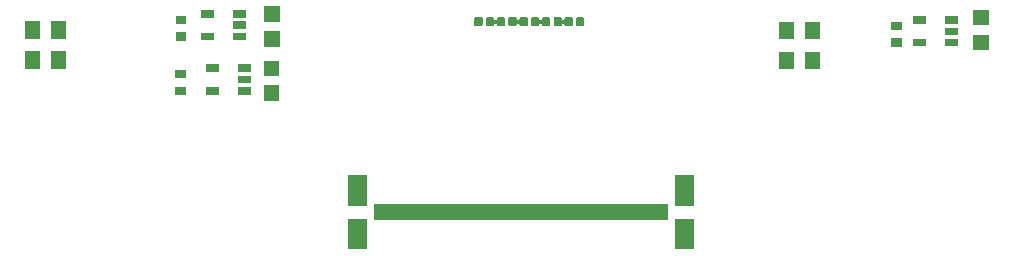
<source format=gbr>
G04 #@! TF.GenerationSoftware,KiCad,Pcbnew,5.0.2+dfsg1-1~bpo9+1*
G04 #@! TF.CreationDate,2019-09-11T09:46:49+02:00*
G04 #@! TF.ProjectId,OV9281,4f563932-3831-42e6-9b69-6361645f7063,rev?*
G04 #@! TF.SameCoordinates,Original*
G04 #@! TF.FileFunction,Soldermask,Top*
G04 #@! TF.FilePolarity,Negative*
%FSLAX46Y46*%
G04 Gerber Fmt 4.6, Leading zero omitted, Abs format (unit mm)*
G04 Created by KiCad (PCBNEW 5.0.2+dfsg1-1~bpo9+1) date Wed 11 Sep 2019 09:46:49 AM CEST*
%MOMM*%
%LPD*%
G01*
G04 APERTURE LIST*
%ADD10C,0.100000*%
G04 APERTURE END LIST*
D10*
G36*
X164651000Y-122551000D02*
X163049000Y-122551000D01*
X163049000Y-119949000D01*
X164651000Y-119949000D01*
X164651000Y-122551000D01*
X164651000Y-122551000D01*
G37*
G36*
X136951000Y-122551000D02*
X135349000Y-122551000D01*
X135349000Y-119949000D01*
X136951000Y-119949000D01*
X136951000Y-122551000D01*
X136951000Y-122551000D01*
G37*
G36*
X162451000Y-120051000D02*
X137549000Y-120051000D01*
X137549000Y-118749000D01*
X162451000Y-118749000D01*
X162451000Y-120051000D01*
X162451000Y-120051000D01*
G37*
G36*
X164651000Y-118851000D02*
X163049000Y-118851000D01*
X163049000Y-116249000D01*
X164651000Y-116249000D01*
X164651000Y-118851000D01*
X164651000Y-118851000D01*
G37*
G36*
X136951000Y-118851000D02*
X135349000Y-118851000D01*
X135349000Y-116249000D01*
X136951000Y-116249000D01*
X136951000Y-118851000D01*
X136951000Y-118851000D01*
G37*
G36*
X129521000Y-109981000D02*
X128219000Y-109981000D01*
X128219000Y-108679000D01*
X129521000Y-108679000D01*
X129521000Y-109981000D01*
X129521000Y-109981000D01*
G37*
G36*
X121621000Y-109481000D02*
X120719000Y-109481000D01*
X120719000Y-108779000D01*
X121621000Y-108779000D01*
X121621000Y-109481000D01*
X121621000Y-109481000D01*
G37*
G36*
X124421000Y-109456000D02*
X123319000Y-109456000D01*
X123319000Y-108804000D01*
X124421000Y-108804000D01*
X124421000Y-109456000D01*
X124421000Y-109456000D01*
G37*
G36*
X127121000Y-109456000D02*
X126019000Y-109456000D01*
X126019000Y-108804000D01*
X127121000Y-108804000D01*
X127121000Y-109456000D01*
X127121000Y-109456000D01*
G37*
G36*
X127121000Y-108506000D02*
X126019000Y-108506000D01*
X126019000Y-107854000D01*
X127121000Y-107854000D01*
X127121000Y-108506000D01*
X127121000Y-108506000D01*
G37*
G36*
X121621000Y-108081000D02*
X120719000Y-108081000D01*
X120719000Y-107379000D01*
X121621000Y-107379000D01*
X121621000Y-108081000D01*
X121621000Y-108081000D01*
G37*
G36*
X129521000Y-107881000D02*
X128219000Y-107881000D01*
X128219000Y-106579000D01*
X129521000Y-106579000D01*
X129521000Y-107881000D01*
X129521000Y-107881000D01*
G37*
G36*
X124421000Y-107556000D02*
X123319000Y-107556000D01*
X123319000Y-106904000D01*
X124421000Y-106904000D01*
X124421000Y-107556000D01*
X124421000Y-107556000D01*
G37*
G36*
X127121000Y-107556000D02*
X126019000Y-107556000D01*
X126019000Y-106904000D01*
X127121000Y-106904000D01*
X127121000Y-107556000D01*
X127121000Y-107556000D01*
G37*
G36*
X175305300Y-107317664D02*
X174003300Y-107317664D01*
X174003300Y-105815664D01*
X175305300Y-105815664D01*
X175305300Y-107317664D01*
X175305300Y-107317664D01*
G37*
G36*
X173105300Y-107317664D02*
X171803300Y-107317664D01*
X171803300Y-105815664D01*
X173105300Y-105815664D01*
X173105300Y-107317664D01*
X173105300Y-107317664D01*
G37*
G36*
X111475300Y-107247664D02*
X110173300Y-107247664D01*
X110173300Y-105745664D01*
X111475300Y-105745664D01*
X111475300Y-107247664D01*
X111475300Y-107247664D01*
G37*
G36*
X109275300Y-107247664D02*
X107973300Y-107247664D01*
X107973300Y-105745664D01*
X109275300Y-105745664D01*
X109275300Y-107247664D01*
X109275300Y-107247664D01*
G37*
G36*
X189591000Y-105701000D02*
X188289000Y-105701000D01*
X188289000Y-104399000D01*
X189591000Y-104399000D01*
X189591000Y-105701000D01*
X189591000Y-105701000D01*
G37*
G36*
X182241000Y-105401000D02*
X181339000Y-105401000D01*
X181339000Y-104699000D01*
X182241000Y-104699000D01*
X182241000Y-105401000D01*
X182241000Y-105401000D01*
G37*
G36*
X129571000Y-105381000D02*
X128269000Y-105381000D01*
X128269000Y-104079000D01*
X129571000Y-104079000D01*
X129571000Y-105381000D01*
X129571000Y-105381000D01*
G37*
G36*
X184291000Y-105376000D02*
X183189000Y-105376000D01*
X183189000Y-104724000D01*
X184291000Y-104724000D01*
X184291000Y-105376000D01*
X184291000Y-105376000D01*
G37*
G36*
X186991000Y-105376000D02*
X185889000Y-105376000D01*
X185889000Y-104724000D01*
X186991000Y-104724000D01*
X186991000Y-105376000D01*
X186991000Y-105376000D01*
G37*
G36*
X121644797Y-104877280D02*
X120742797Y-104877280D01*
X120742797Y-104175280D01*
X121644797Y-104175280D01*
X121644797Y-104877280D01*
X121644797Y-104877280D01*
G37*
G36*
X126694797Y-104852280D02*
X125592797Y-104852280D01*
X125592797Y-104200280D01*
X126694797Y-104200280D01*
X126694797Y-104852280D01*
X126694797Y-104852280D01*
G37*
G36*
X123994797Y-104852280D02*
X122892797Y-104852280D01*
X122892797Y-104200280D01*
X123994797Y-104200280D01*
X123994797Y-104852280D01*
X123994797Y-104852280D01*
G37*
G36*
X175305300Y-104777664D02*
X174003300Y-104777664D01*
X174003300Y-103275664D01*
X175305300Y-103275664D01*
X175305300Y-104777664D01*
X175305300Y-104777664D01*
G37*
G36*
X173105300Y-104777664D02*
X171803300Y-104777664D01*
X171803300Y-103275664D01*
X173105300Y-103275664D01*
X173105300Y-104777664D01*
X173105300Y-104777664D01*
G37*
G36*
X111475300Y-104707664D02*
X110173300Y-104707664D01*
X110173300Y-103205664D01*
X111475300Y-103205664D01*
X111475300Y-104707664D01*
X111475300Y-104707664D01*
G37*
G36*
X109275300Y-104707664D02*
X107973300Y-104707664D01*
X107973300Y-103205664D01*
X109275300Y-103205664D01*
X109275300Y-104707664D01*
X109275300Y-104707664D01*
G37*
G36*
X186991000Y-104426000D02*
X185889000Y-104426000D01*
X185889000Y-103774000D01*
X186991000Y-103774000D01*
X186991000Y-104426000D01*
X186991000Y-104426000D01*
G37*
G36*
X182241000Y-104001000D02*
X181339000Y-104001000D01*
X181339000Y-103299000D01*
X182241000Y-103299000D01*
X182241000Y-104001000D01*
X182241000Y-104001000D01*
G37*
G36*
X126694797Y-103902280D02*
X125592797Y-103902280D01*
X125592797Y-103250280D01*
X126694797Y-103250280D01*
X126694797Y-103902280D01*
X126694797Y-103902280D01*
G37*
G36*
X153346939Y-102916717D02*
X153367557Y-102922971D01*
X153386557Y-102933127D01*
X153403209Y-102946793D01*
X153416875Y-102963445D01*
X153427031Y-102982445D01*
X153433285Y-103003063D01*
X153435603Y-103026600D01*
X153440383Y-103050633D01*
X153449761Y-103073272D01*
X153463374Y-103093647D01*
X153480702Y-103110974D01*
X153501076Y-103124588D01*
X153523715Y-103133965D01*
X153547748Y-103138746D01*
X153572253Y-103138746D01*
X153596286Y-103133966D01*
X153618925Y-103124588D01*
X153639300Y-103110975D01*
X153656627Y-103093647D01*
X153670241Y-103073273D01*
X153679618Y-103050634D01*
X153684399Y-103026600D01*
X153686717Y-103003063D01*
X153692971Y-102982445D01*
X153703127Y-102963445D01*
X153716793Y-102946793D01*
X153733445Y-102933127D01*
X153752445Y-102922971D01*
X153773063Y-102916717D01*
X153800641Y-102914001D01*
X154259361Y-102914001D01*
X154286939Y-102916717D01*
X154307557Y-102922971D01*
X154326557Y-102933127D01*
X154343209Y-102946793D01*
X154356875Y-102963445D01*
X154367031Y-102982445D01*
X154373285Y-103003063D01*
X154376001Y-103030641D01*
X154376001Y-103539361D01*
X154373285Y-103566939D01*
X154367031Y-103587557D01*
X154356875Y-103606557D01*
X154343209Y-103623209D01*
X154326557Y-103636875D01*
X154307557Y-103647031D01*
X154286939Y-103653285D01*
X154259361Y-103656001D01*
X153800641Y-103656001D01*
X153773063Y-103653285D01*
X153752445Y-103647031D01*
X153733445Y-103636875D01*
X153716793Y-103623209D01*
X153703127Y-103606557D01*
X153692971Y-103587557D01*
X153686717Y-103566939D01*
X153684399Y-103543402D01*
X153679619Y-103519369D01*
X153670241Y-103496730D01*
X153656628Y-103476355D01*
X153639300Y-103459028D01*
X153618926Y-103445414D01*
X153596287Y-103436037D01*
X153572254Y-103431256D01*
X153547749Y-103431256D01*
X153523716Y-103436036D01*
X153501077Y-103445414D01*
X153480702Y-103459027D01*
X153463375Y-103476355D01*
X153449761Y-103496729D01*
X153440384Y-103519368D01*
X153435603Y-103543402D01*
X153433285Y-103566939D01*
X153427031Y-103587557D01*
X153416875Y-103606557D01*
X153403209Y-103623209D01*
X153386557Y-103636875D01*
X153367557Y-103647031D01*
X153346939Y-103653285D01*
X153319361Y-103656001D01*
X152860641Y-103656001D01*
X152833063Y-103653285D01*
X152812445Y-103647031D01*
X152793445Y-103636875D01*
X152776793Y-103623209D01*
X152763127Y-103606557D01*
X152752971Y-103587557D01*
X152746717Y-103566939D01*
X152744001Y-103539361D01*
X152744001Y-103030641D01*
X152746717Y-103003063D01*
X152752971Y-102982445D01*
X152763127Y-102963445D01*
X152776793Y-102946793D01*
X152793445Y-102933127D01*
X152812445Y-102922971D01*
X152833063Y-102916717D01*
X152860641Y-102914001D01*
X153319361Y-102914001D01*
X153346939Y-102916717D01*
X153346939Y-102916717D01*
G37*
G36*
X149526939Y-102916717D02*
X149547557Y-102922971D01*
X149566557Y-102933127D01*
X149583209Y-102946793D01*
X149596875Y-102963445D01*
X149607031Y-102982445D01*
X149613285Y-103003063D01*
X149615603Y-103026600D01*
X149620383Y-103050633D01*
X149629761Y-103073272D01*
X149643374Y-103093647D01*
X149660702Y-103110974D01*
X149681076Y-103124588D01*
X149703715Y-103133965D01*
X149727748Y-103138746D01*
X149752253Y-103138746D01*
X149776286Y-103133966D01*
X149798925Y-103124588D01*
X149819300Y-103110975D01*
X149836627Y-103093647D01*
X149850241Y-103073273D01*
X149859618Y-103050634D01*
X149864399Y-103026600D01*
X149866717Y-103003063D01*
X149872971Y-102982445D01*
X149883127Y-102963445D01*
X149896793Y-102946793D01*
X149913445Y-102933127D01*
X149932445Y-102922971D01*
X149953063Y-102916717D01*
X149980641Y-102914001D01*
X150439361Y-102914001D01*
X150466939Y-102916717D01*
X150487557Y-102922971D01*
X150506557Y-102933127D01*
X150523209Y-102946793D01*
X150536875Y-102963445D01*
X150547031Y-102982445D01*
X150553285Y-103003063D01*
X150556001Y-103030641D01*
X150556001Y-103539361D01*
X150553285Y-103566939D01*
X150547031Y-103587557D01*
X150536875Y-103606557D01*
X150523209Y-103623209D01*
X150506557Y-103636875D01*
X150487557Y-103647031D01*
X150466939Y-103653285D01*
X150439361Y-103656001D01*
X149980641Y-103656001D01*
X149953063Y-103653285D01*
X149932445Y-103647031D01*
X149913445Y-103636875D01*
X149896793Y-103623209D01*
X149883127Y-103606557D01*
X149872971Y-103587557D01*
X149866717Y-103566939D01*
X149864399Y-103543402D01*
X149859619Y-103519369D01*
X149850241Y-103496730D01*
X149836628Y-103476355D01*
X149819300Y-103459028D01*
X149798926Y-103445414D01*
X149776287Y-103436037D01*
X149752254Y-103431256D01*
X149727749Y-103431256D01*
X149703716Y-103436036D01*
X149681077Y-103445414D01*
X149660702Y-103459027D01*
X149643375Y-103476355D01*
X149629761Y-103496729D01*
X149620384Y-103519368D01*
X149615603Y-103543402D01*
X149613285Y-103566939D01*
X149607031Y-103587557D01*
X149596875Y-103606557D01*
X149583209Y-103623209D01*
X149566557Y-103636875D01*
X149547557Y-103647031D01*
X149526939Y-103653285D01*
X149499361Y-103656001D01*
X149040641Y-103656001D01*
X149013063Y-103653285D01*
X148992445Y-103647031D01*
X148973445Y-103636875D01*
X148956793Y-103623209D01*
X148943127Y-103606557D01*
X148932971Y-103587557D01*
X148926717Y-103566939D01*
X148924001Y-103539361D01*
X148924001Y-103030641D01*
X148926717Y-103003063D01*
X148932971Y-102982445D01*
X148943127Y-102963445D01*
X148956793Y-102946793D01*
X148973445Y-102933127D01*
X148992445Y-102922971D01*
X149013063Y-102916717D01*
X149040641Y-102914001D01*
X149499361Y-102914001D01*
X149526939Y-102916717D01*
X149526939Y-102916717D01*
G37*
G36*
X151436939Y-102916717D02*
X151457557Y-102922971D01*
X151476557Y-102933127D01*
X151493209Y-102946793D01*
X151506875Y-102963445D01*
X151517031Y-102982445D01*
X151523285Y-103003063D01*
X151525603Y-103026600D01*
X151530383Y-103050633D01*
X151539761Y-103073272D01*
X151553374Y-103093647D01*
X151570702Y-103110974D01*
X151591076Y-103124588D01*
X151613715Y-103133965D01*
X151637748Y-103138746D01*
X151662253Y-103138746D01*
X151686286Y-103133966D01*
X151708925Y-103124588D01*
X151729300Y-103110975D01*
X151746627Y-103093647D01*
X151760241Y-103073273D01*
X151769618Y-103050634D01*
X151774399Y-103026600D01*
X151776717Y-103003063D01*
X151782971Y-102982445D01*
X151793127Y-102963445D01*
X151806793Y-102946793D01*
X151823445Y-102933127D01*
X151842445Y-102922971D01*
X151863063Y-102916717D01*
X151890641Y-102914001D01*
X152349361Y-102914001D01*
X152376939Y-102916717D01*
X152397557Y-102922971D01*
X152416557Y-102933127D01*
X152433209Y-102946793D01*
X152446875Y-102963445D01*
X152457031Y-102982445D01*
X152463285Y-103003063D01*
X152466001Y-103030641D01*
X152466001Y-103539361D01*
X152463285Y-103566939D01*
X152457031Y-103587557D01*
X152446875Y-103606557D01*
X152433209Y-103623209D01*
X152416557Y-103636875D01*
X152397557Y-103647031D01*
X152376939Y-103653285D01*
X152349361Y-103656001D01*
X151890641Y-103656001D01*
X151863063Y-103653285D01*
X151842445Y-103647031D01*
X151823445Y-103636875D01*
X151806793Y-103623209D01*
X151793127Y-103606557D01*
X151782971Y-103587557D01*
X151776717Y-103566939D01*
X151774399Y-103543402D01*
X151769619Y-103519369D01*
X151760241Y-103496730D01*
X151746628Y-103476355D01*
X151729300Y-103459028D01*
X151708926Y-103445414D01*
X151686287Y-103436037D01*
X151662254Y-103431256D01*
X151637749Y-103431256D01*
X151613716Y-103436036D01*
X151591077Y-103445414D01*
X151570702Y-103459027D01*
X151553375Y-103476355D01*
X151539761Y-103496729D01*
X151530384Y-103519368D01*
X151525603Y-103543402D01*
X151523285Y-103566939D01*
X151517031Y-103587557D01*
X151506875Y-103606557D01*
X151493209Y-103623209D01*
X151476557Y-103636875D01*
X151457557Y-103647031D01*
X151436939Y-103653285D01*
X151409361Y-103656001D01*
X150950641Y-103656001D01*
X150923063Y-103653285D01*
X150902445Y-103647031D01*
X150883445Y-103636875D01*
X150866793Y-103623209D01*
X150853127Y-103606557D01*
X150842971Y-103587557D01*
X150836717Y-103566939D01*
X150834001Y-103539361D01*
X150834001Y-103030641D01*
X150836717Y-103003063D01*
X150842971Y-102982445D01*
X150853127Y-102963445D01*
X150866793Y-102946793D01*
X150883445Y-102933127D01*
X150902445Y-102922971D01*
X150923063Y-102916717D01*
X150950641Y-102914001D01*
X151409361Y-102914001D01*
X151436939Y-102916717D01*
X151436939Y-102916717D01*
G37*
G36*
X155256939Y-102916717D02*
X155277557Y-102922971D01*
X155296557Y-102933127D01*
X155313209Y-102946793D01*
X155326875Y-102963445D01*
X155337031Y-102982445D01*
X155343285Y-103003063D01*
X155346001Y-103030641D01*
X155346001Y-103539361D01*
X155343285Y-103566939D01*
X155337031Y-103587557D01*
X155326875Y-103606557D01*
X155313209Y-103623209D01*
X155296557Y-103636875D01*
X155277557Y-103647031D01*
X155256939Y-103653285D01*
X155229361Y-103656001D01*
X154770641Y-103656001D01*
X154743063Y-103653285D01*
X154722445Y-103647031D01*
X154703445Y-103636875D01*
X154686793Y-103623209D01*
X154673127Y-103606557D01*
X154662971Y-103587557D01*
X154656717Y-103566939D01*
X154654001Y-103539361D01*
X154654001Y-103030641D01*
X154656717Y-103003063D01*
X154662971Y-102982445D01*
X154673127Y-102963445D01*
X154686793Y-102946793D01*
X154703445Y-102933127D01*
X154722445Y-102922971D01*
X154743063Y-102916717D01*
X154770641Y-102914001D01*
X155229361Y-102914001D01*
X155256939Y-102916717D01*
X155256939Y-102916717D01*
G37*
G36*
X146646939Y-102916717D02*
X146667557Y-102922971D01*
X146686557Y-102933127D01*
X146703209Y-102946793D01*
X146716875Y-102963445D01*
X146727031Y-102982445D01*
X146733285Y-103003063D01*
X146736001Y-103030641D01*
X146736001Y-103539361D01*
X146733285Y-103566939D01*
X146727031Y-103587557D01*
X146716875Y-103606557D01*
X146703209Y-103623209D01*
X146686557Y-103636875D01*
X146667557Y-103647031D01*
X146646939Y-103653285D01*
X146619361Y-103656001D01*
X146160641Y-103656001D01*
X146133063Y-103653285D01*
X146112445Y-103647031D01*
X146093445Y-103636875D01*
X146076793Y-103623209D01*
X146063127Y-103606557D01*
X146052971Y-103587557D01*
X146046717Y-103566939D01*
X146044001Y-103539361D01*
X146044001Y-103030641D01*
X146046717Y-103003063D01*
X146052971Y-102982445D01*
X146063127Y-102963445D01*
X146076793Y-102946793D01*
X146093445Y-102933127D01*
X146112445Y-102922971D01*
X146133063Y-102916717D01*
X146160641Y-102914001D01*
X146619361Y-102914001D01*
X146646939Y-102916717D01*
X146646939Y-102916717D01*
G37*
G36*
X147616939Y-102916717D02*
X147637557Y-102922971D01*
X147656557Y-102933127D01*
X147673209Y-102946793D01*
X147686875Y-102963445D01*
X147697031Y-102982445D01*
X147703285Y-103003063D01*
X147705603Y-103026600D01*
X147710383Y-103050633D01*
X147719761Y-103073272D01*
X147733374Y-103093647D01*
X147750702Y-103110974D01*
X147771076Y-103124588D01*
X147793715Y-103133965D01*
X147817748Y-103138746D01*
X147842253Y-103138746D01*
X147866286Y-103133966D01*
X147888925Y-103124588D01*
X147909300Y-103110975D01*
X147926627Y-103093647D01*
X147940241Y-103073273D01*
X147949618Y-103050634D01*
X147954399Y-103026600D01*
X147956717Y-103003063D01*
X147962971Y-102982445D01*
X147973127Y-102963445D01*
X147986793Y-102946793D01*
X148003445Y-102933127D01*
X148022445Y-102922971D01*
X148043063Y-102916717D01*
X148070641Y-102914001D01*
X148529361Y-102914001D01*
X148556939Y-102916717D01*
X148577557Y-102922971D01*
X148596557Y-102933127D01*
X148613209Y-102946793D01*
X148626875Y-102963445D01*
X148637031Y-102982445D01*
X148643285Y-103003063D01*
X148646001Y-103030641D01*
X148646001Y-103539361D01*
X148643285Y-103566939D01*
X148637031Y-103587557D01*
X148626875Y-103606557D01*
X148613209Y-103623209D01*
X148596557Y-103636875D01*
X148577557Y-103647031D01*
X148556939Y-103653285D01*
X148529361Y-103656001D01*
X148070641Y-103656001D01*
X148043063Y-103653285D01*
X148022445Y-103647031D01*
X148003445Y-103636875D01*
X147986793Y-103623209D01*
X147973127Y-103606557D01*
X147962971Y-103587557D01*
X147956717Y-103566939D01*
X147954399Y-103543402D01*
X147949619Y-103519369D01*
X147940241Y-103496730D01*
X147926628Y-103476355D01*
X147909300Y-103459028D01*
X147888926Y-103445414D01*
X147866287Y-103436037D01*
X147842254Y-103431256D01*
X147817749Y-103431256D01*
X147793716Y-103436036D01*
X147771077Y-103445414D01*
X147750702Y-103459027D01*
X147733375Y-103476355D01*
X147719761Y-103496729D01*
X147710384Y-103519368D01*
X147705603Y-103543402D01*
X147703285Y-103566939D01*
X147697031Y-103587557D01*
X147686875Y-103606557D01*
X147673209Y-103623209D01*
X147656557Y-103636875D01*
X147637557Y-103647031D01*
X147616939Y-103653285D01*
X147589361Y-103656001D01*
X147130641Y-103656001D01*
X147103063Y-103653285D01*
X147082445Y-103647031D01*
X147063445Y-103636875D01*
X147046793Y-103623209D01*
X147033127Y-103606557D01*
X147022971Y-103587557D01*
X147016717Y-103566939D01*
X147014001Y-103539361D01*
X147014001Y-103030641D01*
X147016717Y-103003063D01*
X147022971Y-102982445D01*
X147033127Y-102963445D01*
X147046793Y-102946793D01*
X147063445Y-102933127D01*
X147082445Y-102922971D01*
X147103063Y-102916717D01*
X147130641Y-102914001D01*
X147589361Y-102914001D01*
X147616939Y-102916717D01*
X147616939Y-102916717D01*
G37*
G36*
X189591000Y-103601000D02*
X188289000Y-103601000D01*
X188289000Y-102299000D01*
X189591000Y-102299000D01*
X189591000Y-103601000D01*
X189591000Y-103601000D01*
G37*
G36*
X121644797Y-103477280D02*
X120742797Y-103477280D01*
X120742797Y-102775280D01*
X121644797Y-102775280D01*
X121644797Y-103477280D01*
X121644797Y-103477280D01*
G37*
G36*
X184291000Y-103476000D02*
X183189000Y-103476000D01*
X183189000Y-102824000D01*
X184291000Y-102824000D01*
X184291000Y-103476000D01*
X184291000Y-103476000D01*
G37*
G36*
X186991000Y-103476000D02*
X185889000Y-103476000D01*
X185889000Y-102824000D01*
X186991000Y-102824000D01*
X186991000Y-103476000D01*
X186991000Y-103476000D01*
G37*
G36*
X129571000Y-103281000D02*
X128269000Y-103281000D01*
X128269000Y-101979000D01*
X129571000Y-101979000D01*
X129571000Y-103281000D01*
X129571000Y-103281000D01*
G37*
G36*
X123994797Y-102952280D02*
X122892797Y-102952280D01*
X122892797Y-102300280D01*
X123994797Y-102300280D01*
X123994797Y-102952280D01*
X123994797Y-102952280D01*
G37*
G36*
X126694797Y-102952280D02*
X125592797Y-102952280D01*
X125592797Y-102300280D01*
X126694797Y-102300280D01*
X126694797Y-102952280D01*
X126694797Y-102952280D01*
G37*
M02*

</source>
